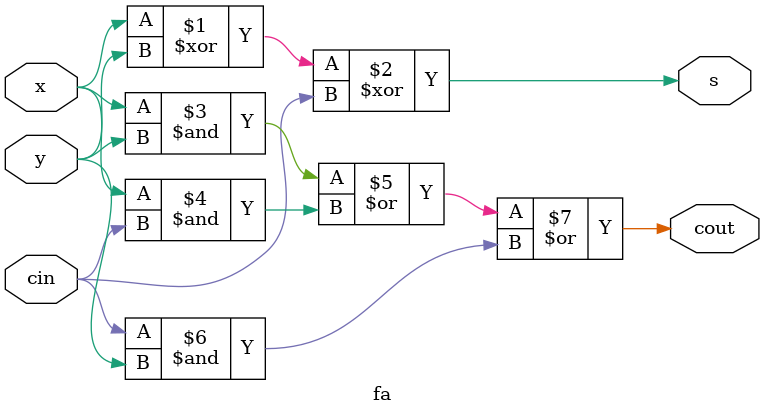
<source format=v>
module csaa_8bit (input [7:0]x,y,z,input cin,output [7:0]s,output cout);
assign cin=0;
wire w1,w2,w3;
csaa c1(x[3:0],y[3:0],z[3:0],cin,s[4:0],w1);
assign w2=s[4];assign s[4]=0;
csaa c2(x[7:4],y[7:4],z[7:4],w1,s[7:4],cout);
assign w3=s[4];assign s[4]=w2^w3;
endmodule

module csaa (input [3:0]x,y,z,input cin,output [4:0]s,output cout);
assign cin=0;
wire c1,c2,c3,c4,c5,c6,c7,s2,s3,s4,y3;
assign y3=0;
fa f0(x[0],y[0],z[0],s[0],c1);
fa f1(x[1],y[1],z[1],s2,c2);
fa f2(x[2],y[2],z[2],s3,c3);
fa f3(x[3],y[3],z[3],s4,c4);

fa f4(c1,s2,cin,s[1],c5);
fa f5(c2,s3,c5,s[2],c6);
fa f6(c3,s4,c6,s[3],c7);
fa f7(c4,y3,c7,s[4],cout);
endmodule

module fa(input x,y,cin,output s,cout);
assign s=x^y^cin;
assign cout=(x&y)|(x&cin)|(cin&y);
endmodule



/*
csaa c1(x[],y[],z[],cin,s[],w1);
csaa c1(x[],y[],z[],cin,s[],w1);*/

</source>
